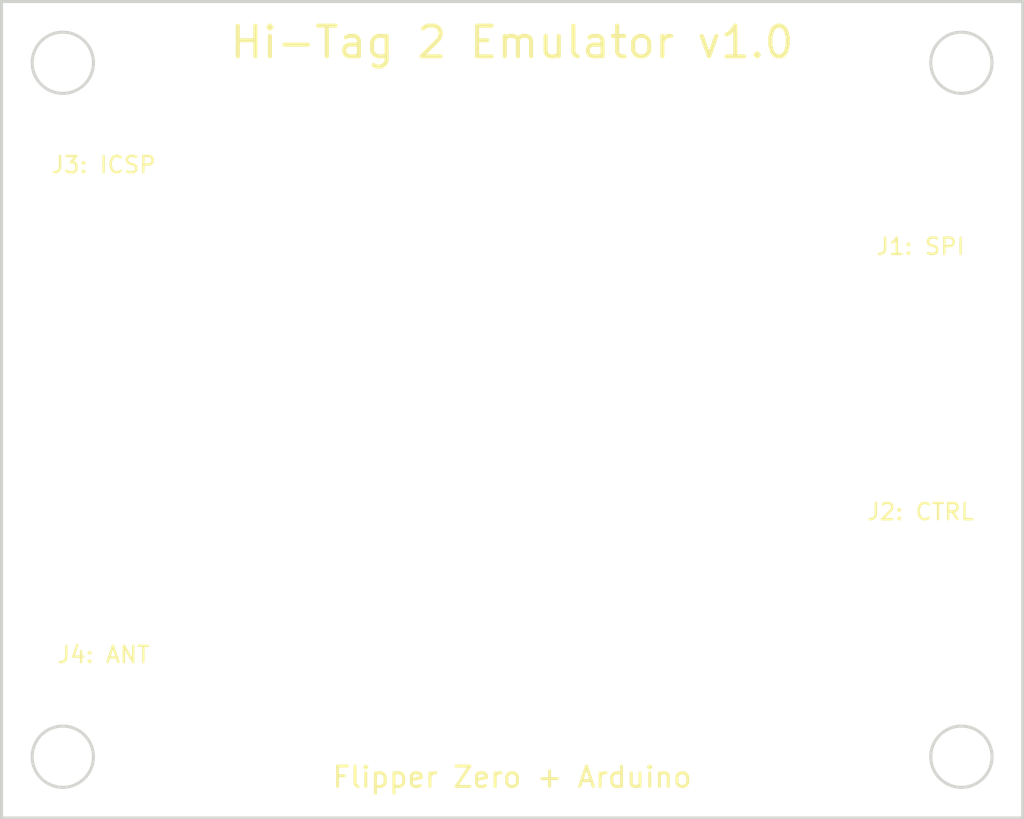
<source format=kicad_pcb>
(kicad_pcb
  (version 20231120)
  (generator "pcbnew")
  (generator_version "9.0")
  (general
    (thickness 1.6)
    (legacy_teardrops no)
  )
  (paper "A4")
  (title_block
    (title "Hi-Tag 2 Emulator")
    (date "2025-12-25")
    (rev "1.0")
    (company "Flipper Zero + Arduino Integration")
    (comment 1 "50mm x 40mm - 2 Layer PCB")
  )
  (layers
    (0 "F.Cu" signal)
    (31 "B.Cu" signal)
    (32 "B.Adhes" user "B.Adhesive")
    (33 "F.Adhes" user "F.Adhesive")
    (34 "B.Paste" user)
    (35 "F.Paste" user)
    (36 "B.SilkS" user "B.Silkscreen")
    (37 "F.SilkS" user "F.Silkscreen")
    (38 "B.Mask" user)
    (39 "F.Mask" user)
    (40 "Dwgs.User" user "User.Drawings")
    (41 "Cmts.User" user "User.Comments")
    (42 "Eco1.User" user "User.Eco1")
    (43 "Eco2.User" user "User.Eco2")
    (44 "Edge.Cuts" user)
    (45 "Margin" user)
    (46 "B.CrtYd" user "B.Courtyard")
    (47 "F.CrtYd" user "F.Courtyard")
    (48 "B.Fab" user)
    (49 "F.Fab" user)
  )
  (setup
    (pad_to_mask_clearance 0)
    (allow_soldermask_bridges_in_footprints no)
    (pcbplotparams
      (layerselection 0x00010fc_ffffffff)
      (plot_on_all_layers_selection 0x0000000_00000000)
      (disableapertmacros no)
      (usegerberextensions no)
      (usegerberattributes yes)
      (usegerberadvancedattributes yes)
      (creategerberjobfile yes)
      (dashed_line_dash_ratio 12.000000)
      (dashed_line_gap_ratio 3.000000)
      (svgprecision 4)
      (plotframeref no)
      (viasonmask no)
      (mode 1)
      (useauxorigin no)
      (hpglpennumber 1)
      (hpglpenspeed 20)
      (hpglpendiameter 15.000000)
      (pdf_front_fp_property_popups yes)
      (pdf_back_fp_property_popups yes)
      (dxfpolygonmode yes)
      (dxfimperialunits yes)
      (dxfusepcbnewfont yes)
      (psnegative no)
      (psa4output no)
      (plotreference yes)
      (plotvalue yes)
      (plotfptext yes)
      (plotinvisibletext no)
      (sketchpadsonfab no)
      (subtractmaskfromsilk no)
      (outputformat 1)
      (mirror no)
      (drillshape 1)
      (scaleselection 1)
      (outputdirectory "gerbers/")
    )
  )
  (net 0 "")
  (net 1 "GND")
  (net 2 "VIN")
  (net 3 "3V3")
  (net 4 "MCLR")
  (net 5 "OSC1")
  (net 6 "OSC2")
  (net 7 "VCAP")
  (net 8 "SPI_MOSI")
  (net 9 "MOSI")
  (net 10 "MISO")
  (net 11 "SPI_SCK")
  (net 12 "SCK")
  (net 13 "CS")
  (net 14 "TX_EN")
  (net 15 "IRQ")
  (net 16 "RF_OUT")
  (net 17 "RF_IN")
  (net 18 "OPAMP_IN")
  (net 19 "OPAMP_OUT")
  (net 20 "OPAMP_FB")
  (net 21 "COIL_SENSE")
  (net 22 "STATUS1")
  (net 23 "LED1_K")
  (net 24 "STATUS2")
  (net 25 "LED2_K")
  (net 26 "PGD")
  (net 27 "PGC")

  (gr_rect
    (start 0 0)
    (end 50 40)
    (stroke (width 0.15) (type solid))
    (fill none)
    (layer "Edge.Cuts")
  )

  (gr_circle
    (center 3 3)
    (end 4.5 3)
    (stroke (width 0.15) (type solid))
    (fill none)
    (layer "Edge.Cuts")
  )
  (gr_circle
    (center 47 3)
    (end 48.5 3)
    (stroke (width 0.15) (type solid))
    (fill none)
    (layer "Edge.Cuts")
  )
  (gr_circle
    (center 3 37)
    (end 4.5 37)
    (stroke (width 0.15) (type solid))
    (fill none)
    (layer "Edge.Cuts")
  )
  (gr_circle
    (center 47 37)
    (end 48.5 37)
    (stroke (width 0.15) (type solid))
    (fill none)
    (layer "Edge.Cuts")
  )

  (gr_text "Hi-Tag 2 Emulator v1.0"
    (at 25 2)
    (layer "F.SilkS")
    (effects (font (size 1.5 1.5) (thickness 0.2)))
  )
  (gr_text "Flipper Zero + Arduino"
    (at 25 38)
    (layer "F.SilkS")
    (effects (font (size 1 1) (thickness 0.15)))
  )

  (gr_text "J1: SPI"
    (at 45 12)
    (layer "F.SilkS")
    (effects (font (size 0.8 0.8) (thickness 0.12)))
  )
  (gr_text "J2: CTRL"
    (at 45 25)
    (layer "F.SilkS")
    (effects (font (size 0.8 0.8) (thickness 0.12)))
  )
  (gr_text "J3: ICSP"
    (at 5 8)
    (layer "F.SilkS")
    (effects (font (size 0.8 0.8) (thickness 0.12)))
  )
  (gr_text "J4: ANT"
    (at 5 32)
    (layer "F.SilkS")
    (effects (font (size 0.8 0.8) (thickness 0.12)))
  )

)

</source>
